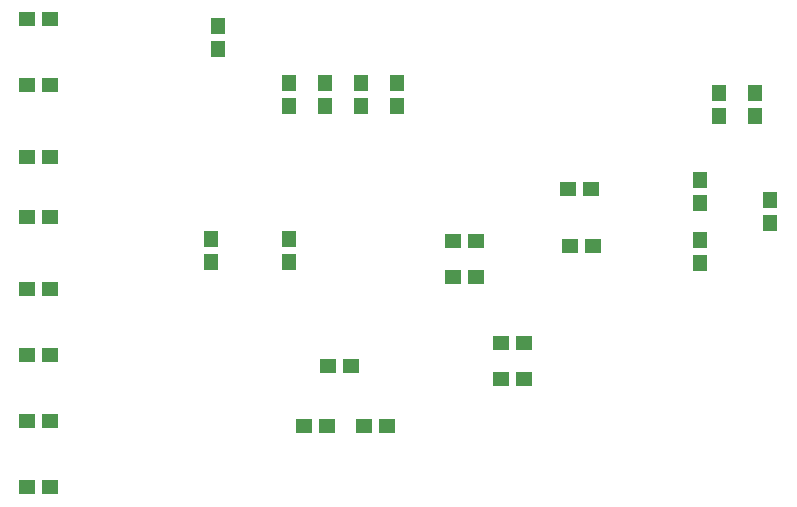
<source format=gbp>
%FSLAX25Y25*%
%MOIN*%
G70*
G01*
G75*
G04 Layer_Color=128*
%ADD10C,0.01000*%
%ADD11C,0.03000*%
%ADD12C,0.02000*%
%ADD13C,0.00800*%
%ADD14R,0.00984X0.09843*%
%ADD15R,0.09843X0.00984*%
%ADD16R,0.05315X0.05118*%
%ADD17R,0.05118X0.05315*%
%ADD18R,0.20000X0.02000*%
%ADD19O,0.20000X0.02000*%
%ADD20R,0.13780X0.08465*%
%ADD21R,0.04331X0.08465*%
%ADD22R,0.04331X0.08465*%
%ADD23C,0.11811*%
%ADD24C,0.05906*%
%ADD25R,0.05906X0.05906*%
%ADD26C,0.06200*%
%ADD27C,0.08000*%
%ADD28O,0.07874X0.03937*%
%ADD29O,0.07874X0.03937*%
%ADD30C,0.03937*%
%ADD31C,0.03000*%
%ADD32C,0.06500*%
%ADD33C,0.15000*%
%ADD34C,0.05500*%
%ADD35C,0.05906*%
%ADD36R,0.05906X0.05906*%
%ADD37R,0.05906X0.05906*%
%ADD38C,0.06654*%
%ADD39R,0.06654X0.06654*%
%ADD40C,0.18740*%
%ADD41C,0.00787*%
%ADD42C,0.00984*%
%ADD43C,0.00500*%
%ADD44C,0.00600*%
%ADD45C,0.01200*%
%ADD46C,0.00591*%
%ADD47R,0.04520X0.01680*%
%ADD48R,0.01680X0.04520*%
D16*
X204161Y214000D02*
D03*
X211839D02*
D03*
X204161Y236000D02*
D03*
X211839D02*
D03*
X204161Y258000D02*
D03*
X211839D02*
D03*
X204161Y280000D02*
D03*
X211839D02*
D03*
X204161Y304000D02*
D03*
X211839D02*
D03*
X204161Y324000D02*
D03*
X211839D02*
D03*
X204161Y348000D02*
D03*
X211839D02*
D03*
X204161Y370000D02*
D03*
X211839D02*
D03*
X384661Y313500D02*
D03*
X392339D02*
D03*
X385161Y294500D02*
D03*
X392839D02*
D03*
X362161Y262000D02*
D03*
X369839D02*
D03*
X362161Y250000D02*
D03*
X369839D02*
D03*
X353839Y296000D02*
D03*
X346161D02*
D03*
X353839Y284000D02*
D03*
X346161D02*
D03*
X312339Y254500D02*
D03*
X304661D02*
D03*
X296661Y234500D02*
D03*
X304339D02*
D03*
X324339D02*
D03*
X316661D02*
D03*
D17*
X447000Y345339D02*
D03*
Y337661D02*
D03*
X428500Y316339D02*
D03*
Y308661D02*
D03*
Y288661D02*
D03*
Y296339D02*
D03*
X452000Y302161D02*
D03*
Y309839D02*
D03*
X268000Y360161D02*
D03*
Y367839D02*
D03*
X291500Y289161D02*
D03*
Y296839D02*
D03*
X435000Y337661D02*
D03*
Y345339D02*
D03*
X265500Y296839D02*
D03*
Y289161D02*
D03*
X291500Y341161D02*
D03*
Y348839D02*
D03*
X327500Y341161D02*
D03*
Y348839D02*
D03*
X315500D02*
D03*
Y341161D02*
D03*
X303500Y348839D02*
D03*
Y341161D02*
D03*
M02*

</source>
